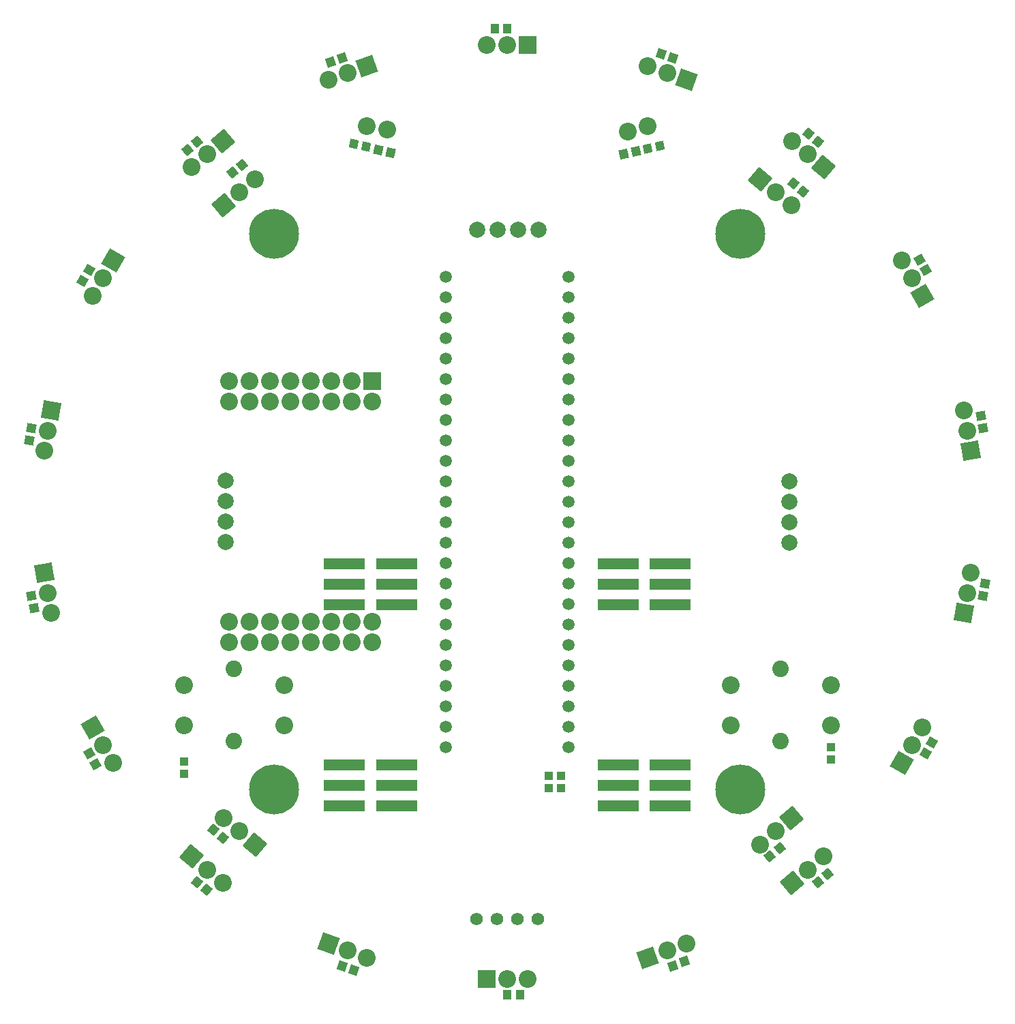
<source format=gbr>
G04*
G04 #@! TF.GenerationSoftware,Altium Limited,Altium Designer,25.4.2 (15)*
G04*
G04 Layer_Color=16711935*
%FSLAX44Y44*%
%MOMM*%
G71*
G04*
G04 #@! TF.SameCoordinates,80CFFD5A-54A5-451F-B997-A2DA6E1B210F*
G04*
G04*
G04 #@! TF.FilePolarity,Negative*
G04*
G01*
G75*
%ADD18C,2.0032*%
%ADD19C,1.5112*%
%ADD20R,2.2032X2.2032*%
%ADD21C,2.2032*%
%ADD22P,3.1158X4X85.0*%
%ADD23P,3.1158X4X185.0*%
%ADD24C,2.0532*%
%ADD25P,3.1158X4X345.0*%
%ADD26R,2.2032X2.2032*%
%ADD27P,3.1158X4X205.0*%
%ADD28P,3.1158X4X145.0*%
%ADD29P,3.1158X4X125.0*%
%ADD30P,3.1158X4X105.0*%
%ADD31P,3.1158X4X65.0*%
%ADD32C,1.5732*%
%ADD33C,6.2032*%
G04:AMPARAMS|DCode=74|XSize=1.1532mm|YSize=1.1032mm|CornerRadius=0mm|HoleSize=0mm|Usage=FLASHONLY|Rotation=230.000|XOffset=0mm|YOffset=0mm|HoleType=Round|Shape=Rectangle|*
%AMROTATEDRECTD74*
4,1,4,-0.0519,0.7963,0.7932,0.0871,0.0519,-0.7963,-0.7932,-0.0871,-0.0519,0.7963,0.0*
%
%ADD74ROTATEDRECTD74*%

G04:AMPARAMS|DCode=75|XSize=1.1532mm|YSize=1.1032mm|CornerRadius=0mm|HoleSize=0mm|Usage=FLASHONLY|Rotation=310.000|XOffset=0mm|YOffset=0mm|HoleType=Round|Shape=Rectangle|*
%AMROTATEDRECTD75*
4,1,4,-0.7932,0.0871,0.0519,0.7963,0.7932,-0.0871,-0.0519,-0.7963,-0.7932,0.0871,0.0*
%
%ADD75ROTATEDRECTD75*%

%ADD76R,1.1032X1.1532*%
G04:AMPARAMS|DCode=77|XSize=1.1532mm|YSize=1.1032mm|CornerRadius=0mm|HoleSize=0mm|Usage=FLASHONLY|Rotation=290.000|XOffset=0mm|YOffset=0mm|HoleType=Round|Shape=Rectangle|*
%AMROTATEDRECTD77*
4,1,4,-0.7156,0.3532,0.3211,0.7305,0.7156,-0.3532,-0.3211,-0.7305,-0.7156,0.3532,0.0*
%
%ADD77ROTATEDRECTD77*%

G04:AMPARAMS|DCode=78|XSize=1.1532mm|YSize=1.1032mm|CornerRadius=0mm|HoleSize=0mm|Usage=FLASHONLY|Rotation=77.220|XOffset=0mm|YOffset=0mm|HoleType=Round|Shape=Rectangle|*
%AMROTATEDRECTD78*
4,1,4,0.4104,-0.6843,-0.6655,-0.4403,-0.4104,0.6843,0.6655,0.4403,0.4104,-0.6843,0.0*
%
%ADD78ROTATEDRECTD78*%

G04:AMPARAMS|DCode=79|XSize=1.1532mm|YSize=1.1032mm|CornerRadius=0mm|HoleSize=0mm|Usage=FLASHONLY|Rotation=250.000|XOffset=0mm|YOffset=0mm|HoleType=Round|Shape=Rectangle|*
%AMROTATEDRECTD79*
4,1,4,-0.3211,0.7305,0.7156,0.3532,0.3211,-0.7305,-0.7156,-0.3532,-0.3211,0.7305,0.0*
%
%ADD79ROTATEDRECTD79*%

G04:AMPARAMS|DCode=80|XSize=1.1532mm|YSize=1.1032mm|CornerRadius=0mm|HoleSize=0mm|Usage=FLASHONLY|Rotation=282.232|XOffset=0mm|YOffset=0mm|HoleType=Round|Shape=Rectangle|*
%AMROTATEDRECTD80*
4,1,4,-0.6612,0.4466,0.4169,0.6804,0.6612,-0.4466,-0.4169,-0.6804,-0.6612,0.4466,0.0*
%
%ADD80ROTATEDRECTD80*%

G04:AMPARAMS|DCode=81|XSize=1.1532mm|YSize=1.1032mm|CornerRadius=0mm|HoleSize=0mm|Usage=FLASHONLY|Rotation=230.000|XOffset=0mm|YOffset=0mm|HoleType=Round|Shape=Rectangle|*
%AMROTATEDRECTD81*
4,1,4,-0.0519,0.7963,0.7932,0.0871,0.0519,-0.7963,-0.7932,-0.0871,-0.0519,0.7963,0.0*
%
%ADD81ROTATEDRECTD81*%

G04:AMPARAMS|DCode=82|XSize=1.1532mm|YSize=1.1032mm|CornerRadius=0mm|HoleSize=0mm|Usage=FLASHONLY|Rotation=210.000|XOffset=0mm|YOffset=0mm|HoleType=Round|Shape=Rectangle|*
%AMROTATEDRECTD82*
4,1,4,0.2236,0.7660,0.7752,-0.1894,-0.2236,-0.7660,-0.7752,0.1894,0.2236,0.7660,0.0*
%
%ADD82ROTATEDRECTD82*%

G04:AMPARAMS|DCode=83|XSize=1.1532mm|YSize=1.1032mm|CornerRadius=0mm|HoleSize=0mm|Usage=FLASHONLY|Rotation=190.000|XOffset=0mm|YOffset=0mm|HoleType=Round|Shape=Rectangle|*
%AMROTATEDRECTD83*
4,1,4,0.4721,0.6434,0.6636,-0.4431,-0.4721,-0.6434,-0.6636,0.4431,0.4721,0.6434,0.0*
%
%ADD83ROTATEDRECTD83*%

G04:AMPARAMS|DCode=84|XSize=1.1532mm|YSize=1.1032mm|CornerRadius=0mm|HoleSize=0mm|Usage=FLASHONLY|Rotation=170.000|XOffset=0mm|YOffset=0mm|HoleType=Round|Shape=Rectangle|*
%AMROTATEDRECTD84*
4,1,4,0.6636,0.4431,0.4721,-0.6434,-0.6636,-0.4431,-0.4721,0.6434,0.6636,0.4431,0.0*
%
%ADD84ROTATEDRECTD84*%

G04:AMPARAMS|DCode=85|XSize=1.1532mm|YSize=1.1032mm|CornerRadius=0mm|HoleSize=0mm|Usage=FLASHONLY|Rotation=150.000|XOffset=0mm|YOffset=0mm|HoleType=Round|Shape=Rectangle|*
%AMROTATEDRECTD85*
4,1,4,0.7752,0.1894,0.2236,-0.7660,-0.7752,-0.1894,-0.2236,0.7660,0.7752,0.1894,0.0*
%
%ADD85ROTATEDRECTD85*%

G04:AMPARAMS|DCode=86|XSize=1.1532mm|YSize=1.1032mm|CornerRadius=0mm|HoleSize=0mm|Usage=FLASHONLY|Rotation=310.000|XOffset=0mm|YOffset=0mm|HoleType=Round|Shape=Rectangle|*
%AMROTATEDRECTD86*
4,1,4,-0.7932,0.0871,0.0519,0.7963,0.7932,-0.0871,-0.0519,-0.7963,-0.7932,0.0871,0.0*
%
%ADD86ROTATEDRECTD86*%

G04:AMPARAMS|DCode=87|XSize=1.1532mm|YSize=1.1032mm|CornerRadius=0mm|HoleSize=0mm|Usage=FLASHONLY|Rotation=49.996|XOffset=0mm|YOffset=0mm|HoleType=Round|Shape=Rectangle|*
%AMROTATEDRECTD87*
4,1,4,0.0519,-0.7963,-0.7932,-0.0871,-0.0519,0.7963,0.7932,0.0871,0.0519,-0.7963,0.0*
%
%ADD87ROTATEDRECTD87*%

G04:AMPARAMS|DCode=88|XSize=1.1532mm|YSize=1.1032mm|CornerRadius=0mm|HoleSize=0mm|Usage=FLASHONLY|Rotation=129.997|XOffset=0mm|YOffset=0mm|HoleType=Round|Shape=Rectangle|*
%AMROTATEDRECTD88*
4,1,4,0.7932,-0.0872,-0.0520,-0.7963,-0.7932,0.0872,0.0520,0.7963,0.7932,-0.0872,0.0*
%
%ADD88ROTATEDRECTD88*%

G04:AMPARAMS|DCode=89|XSize=1.1032mm|YSize=1.0532mm|CornerRadius=0mm|HoleSize=0mm|Usage=FLASHONLY|Rotation=257.220|XOffset=0mm|YOffset=0mm|HoleType=Round|Shape=Rectangle|*
%AMROTATEDRECTD89*
4,1,4,-0.3915,0.6544,0.6356,0.4215,0.3915,-0.6544,-0.6356,-0.4215,-0.3915,0.6544,0.0*
%
%ADD89ROTATEDRECTD89*%

G04:AMPARAMS|DCode=90|XSize=1.1032mm|YSize=1.0532mm|CornerRadius=0mm|HoleSize=0mm|Usage=FLASHONLY|Rotation=282.232|XOffset=0mm|YOffset=0mm|HoleType=Round|Shape=Rectangle|*
%AMROTATEDRECTD90*
4,1,4,-0.6315,0.4275,0.3978,0.6506,0.6315,-0.4275,-0.3978,-0.6506,-0.6315,0.4275,0.0*
%
%ADD90ROTATEDRECTD90*%

%ADD91R,1.1032X1.0532*%
%ADD92R,5.2032X1.4532*%
%ADD93R,1.0532X1.1032*%
D18*
X750000Y1138400D02*
D03*
Y1062200D02*
D03*
Y1087600D02*
D03*
Y1113000D02*
D03*
X1113000Y1450000D02*
D03*
X1087600D02*
D03*
X1062200D02*
D03*
X1138400D02*
D03*
X1450000Y1061600D02*
D03*
Y1137800D02*
D03*
Y1112400D02*
D03*
Y1087000D02*
D03*
D19*
X1023800Y807900D02*
D03*
Y833300D02*
D03*
X1176200Y1163500D02*
D03*
X1023800Y858700D02*
D03*
Y884100D02*
D03*
Y909500D02*
D03*
Y934900D02*
D03*
Y960300D02*
D03*
Y985700D02*
D03*
Y1011100D02*
D03*
Y1036500D02*
D03*
Y1061900D02*
D03*
Y1087300D02*
D03*
Y1112700D02*
D03*
Y1138100D02*
D03*
X1176200D02*
D03*
Y1112700D02*
D03*
Y1087300D02*
D03*
Y1061900D02*
D03*
Y1036500D02*
D03*
Y1011100D02*
D03*
Y985700D02*
D03*
Y960300D02*
D03*
Y934900D02*
D03*
Y909500D02*
D03*
Y884100D02*
D03*
Y858700D02*
D03*
Y833300D02*
D03*
Y807900D02*
D03*
X1023800Y1188900D02*
D03*
Y1214300D02*
D03*
Y1239700D02*
D03*
Y1265100D02*
D03*
Y1290500D02*
D03*
Y1315900D02*
D03*
Y1341300D02*
D03*
Y1366700D02*
D03*
Y1392100D02*
D03*
X1176200D02*
D03*
Y1366700D02*
D03*
Y1341300D02*
D03*
Y1315900D02*
D03*
Y1290500D02*
D03*
Y1265100D02*
D03*
Y1239700D02*
D03*
Y1214300D02*
D03*
Y1188900D02*
D03*
X1023800Y1163500D02*
D03*
D20*
X932050Y1262250D02*
D03*
D21*
X906650D02*
D03*
X881250D02*
D03*
X855850D02*
D03*
X830450D02*
D03*
X805050D02*
D03*
X779650D02*
D03*
X754250D02*
D03*
X932050Y938250D02*
D03*
X906650D02*
D03*
X881250D02*
D03*
X855850D02*
D03*
X830450D02*
D03*
X805050D02*
D03*
X779650D02*
D03*
X754250D02*
D03*
Y963650D02*
D03*
X779650D02*
D03*
X805050D02*
D03*
X830450D02*
D03*
X855850D02*
D03*
X881250D02*
D03*
X906650D02*
D03*
X932050D02*
D03*
X754250Y1236850D02*
D03*
X779650D02*
D03*
X805050D02*
D03*
X830450D02*
D03*
X855850D02*
D03*
X881250D02*
D03*
X906650D02*
D03*
X932050D02*
D03*
X786494Y1513138D02*
D03*
X767036Y1496811D02*
D03*
X1432964Y703189D02*
D03*
X1413506Y686862D02*
D03*
X767036Y703189D02*
D03*
X747579Y719516D02*
D03*
X698000Y885000D02*
D03*
X823000D02*
D03*
X698000Y835000D02*
D03*
X823000D02*
D03*
X597705Y810000D02*
D03*
X610405Y788003D02*
D03*
X1100000Y1680000D02*
D03*
X1074600D02*
D03*
X1274503Y1653709D02*
D03*
X1298372Y1645022D02*
D03*
X1472817Y1544306D02*
D03*
X1453359Y1560633D02*
D03*
X1589595Y1411997D02*
D03*
X1602295Y1390000D02*
D03*
X1671189Y1200716D02*
D03*
X1666778Y1225730D02*
D03*
X1675599Y1024298D02*
D03*
X1671189Y999284D02*
D03*
X1602295Y810000D02*
D03*
X1614995Y831997D02*
D03*
X1492274Y672021D02*
D03*
X1472817Y655694D02*
D03*
X1298372Y554978D02*
D03*
X1322240Y563666D02*
D03*
X1125400Y520000D02*
D03*
X1100000D02*
D03*
X901628Y554978D02*
D03*
X925497Y546291D02*
D03*
X746641Y639367D02*
D03*
X727183Y655694D02*
D03*
X533222Y974270D02*
D03*
X528811Y999284D02*
D03*
Y1200716D02*
D03*
X524401Y1175702D02*
D03*
X585005Y1368003D02*
D03*
X597705Y1390000D02*
D03*
X727183Y1544306D02*
D03*
X707726Y1527979D02*
D03*
X877760Y1636334D02*
D03*
X901628Y1645022D02*
D03*
X1452421Y1480484D02*
D03*
X1432964Y1496811D02*
D03*
X950621Y1574863D02*
D03*
X925570Y1579243D02*
D03*
X1249876Y1572621D02*
D03*
X1274430Y1579243D02*
D03*
X1377000Y885000D02*
D03*
X1502000D02*
D03*
X1377000Y835000D02*
D03*
X1502000D02*
D03*
D22*
X747579Y1480484D02*
D03*
X1452421Y719516D02*
D03*
X1453359Y639367D02*
D03*
X746641Y1560633D02*
D03*
D23*
X786494Y686862D02*
D03*
X1492274Y1527979D02*
D03*
X707726Y672021D02*
D03*
X1413506Y1513138D02*
D03*
D24*
X760500Y815000D02*
D03*
Y905000D02*
D03*
X1439500Y815000D02*
D03*
Y905000D02*
D03*
D25*
X585005Y831997D02*
D03*
X1614995Y1368003D02*
D03*
D26*
X1125400Y1680000D02*
D03*
X1074600Y520000D02*
D03*
D27*
X1322240Y1636334D02*
D03*
X877760Y563666D02*
D03*
D28*
X1675599Y1175702D02*
D03*
X524401Y1024298D02*
D03*
D29*
X1666778Y974270D02*
D03*
X533222Y1225730D02*
D03*
D30*
X1589595Y788003D02*
D03*
X610405Y1411997D02*
D03*
D31*
X1274503Y546291D02*
D03*
X925497Y1653709D02*
D03*
D32*
X1061700Y594500D02*
D03*
X1137900D02*
D03*
X1112500D02*
D03*
X1087100D02*
D03*
D33*
X1389500Y1445000D02*
D03*
X810500D02*
D03*
X810447Y754881D02*
D03*
X1389500Y755000D02*
D03*
D74*
X735126Y704963D02*
D03*
X747000Y695000D02*
D03*
X714327Y640373D02*
D03*
X726201Y630410D02*
D03*
D75*
X1426063Y672018D02*
D03*
X1437937Y681982D02*
D03*
X1485673Y640373D02*
D03*
X1497546Y650337D02*
D03*
D76*
X1084500Y1700000D02*
D03*
X1100000D02*
D03*
Y500000D02*
D03*
X1115500D02*
D03*
D77*
X880435Y1658699D02*
D03*
X895000Y1664000D02*
D03*
X1305212Y536184D02*
D03*
X1319777Y541486D02*
D03*
D78*
X939442Y1549714D02*
D03*
X954558Y1546286D02*
D03*
D79*
X1305212Y1663816D02*
D03*
X1290647Y1669117D02*
D03*
X894788Y536184D02*
D03*
X909353Y530883D02*
D03*
D80*
X1259574Y1547642D02*
D03*
X1244426Y1544358D02*
D03*
D81*
X1485673Y1559627D02*
D03*
X1473799Y1569590D02*
D03*
D82*
X1619615Y1400000D02*
D03*
X1611865Y1413423D02*
D03*
X580385Y800000D02*
D03*
X588135Y786577D02*
D03*
D83*
X1690885Y1204189D02*
D03*
X1688193Y1219453D02*
D03*
X509115Y995811D02*
D03*
X511807Y980547D02*
D03*
D84*
X1690885Y995811D02*
D03*
X1693576Y1011076D02*
D03*
X509115Y1204189D02*
D03*
X506424Y1188924D02*
D03*
D85*
X1619615Y800000D02*
D03*
X1627365Y813423D02*
D03*
X580385Y1400000D02*
D03*
X572635Y1386577D02*
D03*
D86*
X714327Y1559627D02*
D03*
X702454Y1549664D02*
D03*
D87*
X1455063Y1507982D02*
D03*
X1466936Y1498018D02*
D03*
D88*
X758063Y1521019D02*
D03*
X769937Y1530981D02*
D03*
D89*
X924558Y1553286D02*
D03*
X909442Y1556714D02*
D03*
D90*
X1289574Y1554642D02*
D03*
X1274426Y1551358D02*
D03*
D91*
X1502000Y792250D02*
D03*
Y807750D02*
D03*
X698000Y774250D02*
D03*
Y789750D02*
D03*
D92*
X897750Y734600D02*
D03*
Y760000D02*
D03*
Y785400D02*
D03*
X962500Y760000D02*
D03*
Y785400D02*
D03*
Y734600D02*
D03*
X1237400Y785300D02*
D03*
Y734500D02*
D03*
Y759900D02*
D03*
X1302150Y734500D02*
D03*
Y759900D02*
D03*
Y785300D02*
D03*
X962500Y984600D02*
D03*
Y1035400D02*
D03*
Y1010000D02*
D03*
X897750Y1035400D02*
D03*
Y1010000D02*
D03*
Y984600D02*
D03*
X1237500Y1035400D02*
D03*
Y984600D02*
D03*
Y1010000D02*
D03*
X1302250Y984600D02*
D03*
Y1010000D02*
D03*
Y1035400D02*
D03*
D93*
X1151250Y757000D02*
D03*
X1166750D02*
D03*
X1166500Y772000D02*
D03*
X1151000D02*
D03*
M02*

</source>
